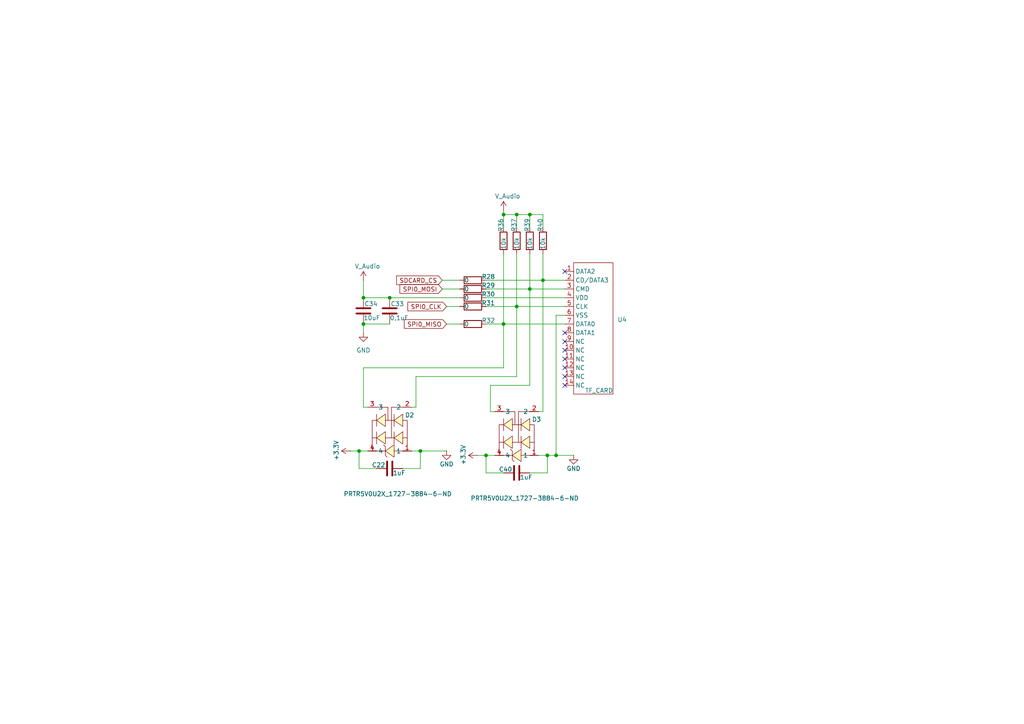
<source format=kicad_sch>
(kicad_sch (version 20231120) (generator "eeschema") (generator_version "8.0")
  (paper "A4")
  (lib_symbols
    (symbol "Device:C" (pin_numbers hide) (pin_names (offset 0.254))
      (property "Reference" "C" (at 0.635 2.54 0))
      (property "Value" "C" (at 0.635 -2.54 0))
      (symbol "C_0_1"
        (polyline (pts (xy -2.032 -0.762) (xy 2.032 -0.762)) (stroke (width 0.508)))
        (polyline (pts (xy -2.032 0.762) (xy 2.032 0.762)) (stroke (width 0.508)))
      )
      (symbol "C_1_1"
        (pin passive line (at 0 3.81 270) (length 2.794) (name "~") (number "1"))
        (pin passive line (at 0 -3.81 90) (length 2.794) (name "~") (number "2"))
      )
    )
    (symbol "Device:R" (pin_numbers hide) (pin_names (offset 0))
      (property "Reference" "R" (at 2.032 0 90))
      (property "Value" "R" (at 0 0 90))
      (symbol "R_0_1"
        (rectangle (start -1.016 -2.54) (end 1.016 2.54) (stroke (width 0.254)))
      )
      (symbol "R_1_1"
        (pin passive line (at 0 3.81 270) (length 1.27) (name "~") (number "1"))
        (pin passive line (at 0 -3.81 90) (length 1.27) (name "~") (number "2"))
      )
    )
    (symbol "Library:TF_CARD"
      (property "Reference" "U" (at 0 5.588 0))
      (property "Value" "MicroSD" (at 0.762 -33.02 0))
      (symbol "TF_CARD_0_1"
        (rectangle (start -6.35 3.81) (end 5.08 -34.29))
      )
      (symbol "TF_CARD_1_1"
        (pin input line (at -8.89 1.27 0) (length 2.54) (name "DATA2") (number "1"))
        (pin input line (at -8.89 -21.59 0) (length 2.54) (name "NC") (number "10"))
        (pin input line (at -8.89 -24.13 0) (length 2.54) (name "NC") (number "11"))
        (pin input line (at -8.89 -26.67 0) (length 2.54) (name "NC") (number "12"))
        (pin input line (at -8.89 -29.21 0) (length 2.54) (name "NC") (number "13"))
        (pin input line (at -8.89 -31.75 0) (length 2.54) (name "NC") (number "14"))
        (pin input line (at -8.89 -1.27 0) (length 2.54) (name "CD/DATA3") (number "2"))
        (pin input line (at -8.89 -3.81 0) (length 2.54) (name "CMD") (number "3"))
        (pin power_in line (at -8.89 -6.35 0) (length 2.54) (name "VDD") (number "4"))
        (pin input line (at -8.89 -8.89 0) (length 2.54) (name "CLK") (number "5"))
        (pin power_in line (at -8.89 -11.43 0) (length 2.54) (name "VSS") (number "6"))
        (pin input line (at -8.89 -13.97 0) (length 2.54) (name "DATA0") (number "7"))
        (pin input line (at -8.89 -16.51 0) (length 2.54) (name "DATA1") (number "8"))
        (pin input line (at -8.89 -19.05 0) (length 2.54) (name "NC") (number "9"))
      )
    )
    (symbol "Matrix2_Schnuppiprojekt:PRTR5V0U2X_C2827688"
      (property "Reference" "D?" (at 0 12.7 0))
      (property "Value" "PRTR5V0U2X_C2827688" (at 0 -10.16 0))
      (symbol "PRTR5V0U2X_C2827688_0_1"
        (polyline (pts (xy -1.27 0) (xy -1.27 2.54)))
        (polyline (pts (xy 0.508 0) (xy -3.048 0)))
        (polyline (pts (xy 0.508 5.08) (xy -3.048 5.08)))
        (polyline (pts (xy 3.81 0) (xy 3.81 2.54)))
        (polyline (pts (xy 5.588 0) (xy 2.032 0)))
        (polyline (pts (xy 5.588 5.08) (xy 2.032 5.08)))
        (polyline (pts (xy -1.27 -3.81) (xy 3.81 -3.81) (xy 3.81 -2.54)))
        (polyline (pts (xy -1.27 0.762) (xy 7.62 0.762) (xy 7.62 -3.81)))
        (polyline (pts (xy -1.27 6.35) (xy -5.08 6.35) (xy -5.08 2.54)))
        (polyline (pts (xy 3.81 1.778) (xy 7.62 1.778) (xy 7.62 6.35)))
        (polyline (pts (xy -5.08 0) (xy -5.08 -3.81) (xy -1.27 -3.81) (xy -1.27 -2.54)))
        (polyline (pts (xy -3.302 0) (xy -5.08 2.54) (xy -6.858 0) (xy -3.302 0)) (fill (type background)))
        (polyline (pts (xy -3.302 3.048) (xy -3.81 2.54) (xy -6.35 2.54) (xy -6.858 2.032)))
        (polyline (pts (xy 0.508 -2.54) (xy -1.27 0) (xy -3.048 -2.54) (xy 0.508 -2.54)) (fill (type background)))
        (polyline (pts (xy 0.508 2.54) (xy -1.27 5.08) (xy -3.048 2.54) (xy 0.508 2.54)) (fill (type background)))
        (polyline (pts (xy 3.81 5.08) (xy 3.81 6.35) (xy -1.27 6.35) (xy -1.27 5.08)))
        (polyline (pts (xy 5.588 -2.54) (xy 3.81 0) (xy 2.032 -2.54) (xy 5.588 -2.54)) (fill (type background)))
        (polyline (pts (xy 5.588 2.54) (xy 3.81 5.08) (xy 2.032 2.54) (xy 5.588 2.54)) (fill (type background)))
        (pin unspecified line (at -5.08 -5.08 90) (length 2.54) (name "1") (number "1"))
        (pin unspecified line (at 7.62 -5.08 90) (length 2.54) (name "2") (number "2"))
        (pin unspecified line (at 7.62 7.62 270) (length 2.54) (name "3") (number "3"))
        (pin unspecified line (at -5.08 7.62 270) (length 2.54) (name "4") (number "4"))
      )
    )
    (symbol "power:+3.3V" (power) (pin_numbers hide) (pin_names (offset 0) hide)
      (property "Value" "+3.3V" (at 0 3.556 0))
      (symbol "+3.3V_0_1"
        (polyline (pts (xy -0.762 1.27) (xy 0 2.54)))
        (polyline (pts (xy 0 0) (xy 0 2.54)))
        (polyline (pts (xy 0 2.54) (xy 0.762 1.27)))
      )
      (symbol "+3.3V_1_1"
        (pin power_in line (at 0 0 90) (length 0) (name "~") (number "1"))
      )
    )
    (symbol "power:GND" (power) (pin_numbers hide) (pin_names (offset 0) hide)
      (property "Value" "GND" (at 0 -3.81 0))
      (symbol "GND_0_1"
        (polyline (pts (xy 0 0) (xy 0 -1.27) (xy 1.27 -1.27) (xy 0 -2.54) (xy -1.27 -1.27) (xy 0 -1.27)))
      )
      (symbol "GND_1_1"
        (pin power_in line (at 0 0 270) (length 0) (name "~") (number "1"))
      )
    )
  )
  (junction (at 153.67 83.82))
  (junction (at 146.05 62.23))
  (junction (at 158.75 132.08))
  (junction (at 153.67 62.23))
  (junction (at 105.41 86.36))
  (junction (at 140.97 132.08))
  (junction (at 146.05 93.98))
  (junction (at 161.29 132.08))
  (junction (at 104.14 130.81))
  (junction (at 149.86 88.9))
  (junction (at 121.92 130.81))
  (junction (at 157.48 81.28))
  (junction (at 149.86 62.23))
  (junction (at 113.03 86.36))
  (junction (at 105.41 93.98))
  (no_connect (at 163.83 99.06))
  (no_connect (at 163.83 104.14))
  (no_connect (at 163.83 96.52))
  (no_connect (at 163.83 111.76))
  (no_connect (at 163.83 109.22))
  (no_connect (at 163.83 106.68))
  (no_connect (at 163.83 101.6))
  (no_connect (at 163.83 78.74))
  (wire (pts (xy 140.97 86.36) (xy 163.83 86.36)))
  (wire (pts (xy 140.97 93.98) (xy 146.05 93.98)))
  (wire (pts (xy 161.29 91.44) (xy 161.29 132.08)))
  (wire (pts (xy 113.03 86.36) (xy 133.35 86.36)))
  (wire (pts (xy 146.05 62.23) (xy 149.86 62.23)))
  (wire (pts (xy 149.86 88.9) (xy 163.83 88.9)))
  (wire (pts (xy 105.41 118.11) (xy 106.68 118.11)))
  (wire (pts (xy 105.41 81.28) (xy 105.41 86.36)))
  (wire (pts (xy 158.75 132.08) (xy 156.21 132.08)))
  (wire (pts (xy 128.27 81.28) (xy 133.35 81.28)))
  (wire (pts (xy 104.14 130.81) (xy 106.68 130.81)))
  (wire (pts (xy 142.24 119.38) (xy 143.51 119.38)))
  (wire (pts (xy 157.48 81.28) (xy 157.48 119.38)))
  (wire (pts (xy 149.86 109.22) (xy 120.65 109.22)))
  (wire (pts (xy 157.48 62.23) (xy 157.48 66.04)))
  (wire (pts (xy 121.92 130.81) (xy 119.38 130.81)))
  (wire (pts (xy 105.41 86.36) (xy 113.03 86.36)))
  (wire (pts (xy 104.14 135.89) (xy 104.14 130.81)))
  (wire (pts (xy 149.86 62.23) (xy 153.67 62.23)))
  (wire (pts (xy 153.67 137.16) (xy 158.75 137.16)))
  (wire (pts (xy 140.97 83.82) (xy 153.67 83.82)))
  (wire (pts (xy 149.86 88.9) (xy 149.86 109.22)))
  (wire (pts (xy 140.97 88.9) (xy 149.86 88.9)))
  (wire (pts (xy 153.67 111.76) (xy 142.24 111.76)))
  (wire (pts (xy 146.05 73.66) (xy 146.05 93.98)))
  (wire (pts (xy 142.24 111.76) (xy 142.24 119.38)))
  (wire (pts (xy 120.65 109.22) (xy 120.65 118.11)))
  (wire (pts (xy 140.97 81.28) (xy 157.48 81.28)))
  (wire (pts (xy 153.67 83.82) (xy 163.83 83.82)))
  (wire (pts (xy 116.84 135.89) (xy 121.92 135.89)))
  (wire (pts (xy 166.37 132.08) (xy 161.29 132.08)))
  (wire (pts (xy 140.97 132.08) (xy 143.51 132.08)))
  (wire (pts (xy 121.92 130.81) (xy 129.54 130.81)))
  (wire (pts (xy 146.05 137.16) (xy 140.97 137.16)))
  (wire (pts (xy 109.22 135.89) (xy 104.14 135.89)))
  (wire (pts (xy 146.05 62.23) (xy 146.05 66.04)))
  (wire (pts (xy 153.67 83.82) (xy 153.67 111.76)))
  (wire (pts (xy 105.41 93.98) (xy 105.41 96.52)))
  (wire (pts (xy 157.48 81.28) (xy 163.83 81.28)))
  (wire (pts (xy 153.67 62.23) (xy 153.67 66.04)))
  (wire (pts (xy 157.48 119.38) (xy 156.21 119.38)))
  (wire (pts (xy 105.41 93.98) (xy 113.03 93.98)))
  (wire (pts (xy 157.48 73.66) (xy 157.48 81.28)))
  (wire (pts (xy 149.86 62.23) (xy 149.86 66.04)))
  (wire (pts (xy 129.54 93.98) (xy 133.35 93.98)))
  (wire (pts (xy 161.29 132.08) (xy 158.75 132.08)))
  (wire (pts (xy 146.05 93.98) (xy 146.05 106.68)))
  (wire (pts (xy 146.05 60.96) (xy 146.05 62.23)))
  (wire (pts (xy 158.75 132.08) (xy 158.75 137.16)))
  (wire (pts (xy 128.27 83.82) (xy 133.35 83.82)))
  (wire (pts (xy 153.67 62.23) (xy 157.48 62.23)))
  (wire (pts (xy 138.43 132.08) (xy 140.97 132.08)))
  (wire (pts (xy 146.05 106.68) (xy 105.41 106.68)))
  (wire (pts (xy 140.97 137.16) (xy 140.97 132.08)))
  (wire (pts (xy 119.38 118.11) (xy 120.65 118.11)))
  (wire (pts (xy 149.86 73.66) (xy 149.86 88.9)))
  (wire (pts (xy 129.54 88.9) (xy 133.35 88.9)))
  (wire (pts (xy 101.6 130.81) (xy 104.14 130.81)))
  (wire (pts (xy 153.67 73.66) (xy 153.67 83.82)))
  (wire (pts (xy 121.92 130.81) (xy 121.92 135.89)))
  (wire (pts (xy 105.41 106.68) (xy 105.41 118.11)))
  (wire (pts (xy 163.83 91.44) (xy 161.29 91.44)))
  (wire (pts (xy 146.05 93.98) (xy 163.83 93.98)))
  (global_label "SPI0_MISO" (shape input) (at 129.54 93.98 180) (property "Intersheetrefs" "${INTERSHEET_REFS}" (effects (hide yes))))
  (global_label "SPI0_MOSI" (shape input) (at 128.27 83.82 180) (property "Intersheetrefs" "${INTERSHEET_REFS}" (effects (hide yes))))
  (global_label "SDCARD_CS" (shape input) (at 128.27 81.28 180) (property "Intersheetrefs" "${INTERSHEET_REFS}" (effects (hide yes))))
  (global_label "SPI0_CLK" (shape input) (at 129.54 88.9 180) (property "Intersheetrefs" "${INTERSHEET_REFS}" (effects (hide yes))))
  (symbol (lib_id "power:+3.3V") (at 138.43 132.08 90) (unit 1)
    (property "Reference" "#PWR074" (effects (hide yes)))
    (property "Value" "+3.3V" (at 134.366 134.874 0) (effects (justify left)))
    (property "Description" "Power symbol creates a global label with name \"+3.3V\"" (effects (hide yes)))
  )
  (symbol (lib_id "Device:C") (at 113.03 90.17 0) (unit 1)
    (property "Reference" "C33" (at 113.284 88.138 0) (effects (justify left)))
    (property "Value" "0,1uF" (at 113.03 92.202 0) (effects (justify left)))
    (property "Footprint" "Capacitor_SMD:C_0805_2012Metric_Pad1.18x1.45mm_HandSolder" (effects (hide yes)))
    (property "Description" "Unpolarized capacitor" (effects (hide yes)))
  )
  (symbol (lib_id "Matrix2_Schnuppiprojekt:PRTR5V0U2X_C2827688") (at 114.3 125.73 90) (unit 1)
    (property "Reference" "D2" (at 120.142 120.396 90) (effects (justify left)))
    (property "Value" "PRTR5V0U2X_1727-3884-6-ND" (at 131.064 143.256 90) (effects (justify left)))
    (property "Footprint" "Package_TO_SOT_SMD:SOT-143_Handsoldering" (effects (hide yes)))
    (property "Datasheet" "file:///C:/data/Schule/BuP/5_Semester/Marvin/MarvinProject/6_Semester/MarvinDatenblaetter/PRTR5V0U2X,215/PRTR5V0U2X.pdf" (effects (hide yes)))
    (property "Manufacturer" "TECH PUBLIC(台舟)" (effects (hide yes)))
    (property "LCSC Part" "C2827688" (effects (hide yes)))
    (property "JLC Part" "Extended Part" (effects (hide yes)))
  )
  (symbol (lib_id "power:+3.3V") (at 146.05 60.96 0) (unit 1)
    (property "Reference" "#PWR038" (effects (hide yes)))
    (property "Value" "V_Audio" (at 143.51 56.896 0) (effects (justify left)))
    (property "Description" "Power symbol creates a global label with name \"+3.3V\"" (effects (hide yes)))
  )
  (symbol (lib_id "power:+3.3V") (at 101.6 130.81 90) (unit 1)
    (property "Reference" "#PWR072" (effects (hide yes)))
    (property "Value" "+3.3V" (at 97.536 133.604 0) (effects (justify left)))
    (property "Description" "Power symbol creates a global label with name \"+3.3V\"" (effects (hide yes)))
  )
  (symbol (lib_id "Device:R") (at 137.16 88.9 270) (unit 1)
    (property "Reference" "R31" (at 139.7 87.884 90) (effects (justify left)))
    (property "Value" "0" (at 134.62 88.9 90) (effects (justify left)))
    (property "Footprint" "Resistor_SMD:R_0805_2012Metric_Pad1.20x1.40mm_HandSolder" (effects (hide yes)))
    (property "Description" "Resistor" (effects (hide yes)))
  )
  (symbol (lib_id "Device:R") (at 137.16 86.36 270) (unit 1)
    (property "Reference" "R30" (at 139.7 85.344 90) (effects (justify left)))
    (property "Value" "0" (at 134.62 86.36 90) (effects (justify left)))
    (property "Footprint" "Resistor_SMD:R_0805_2012Metric_Pad1.20x1.40mm_HandSolder" (effects (hide yes)))
    (property "Description" "Resistor" (effects (hide yes)))
  )
  (symbol (lib_id "power:GND") (at 129.54 130.81 0) (unit 1)
    (property "Reference" "#PWR073" (effects (hide yes)))
    (property "Value" "GND" (at 129.54 134.62 0))
    (property "Description" "Power symbol creates a global label with name \"GND\" , ground" (effects (hide yes)))
  )
  (symbol (lib_id "Device:C") (at 105.41 90.17 0) (unit 1)
    (property "Reference" "C34" (at 105.664 88.138 0) (effects (justify left)))
    (property "Value" "10uF" (at 105.41 92.202 0) (effects (justify left)))
    (property "Footprint" "Capacitor_SMD:C_1206_3216Metric_Pad1.33x1.80mm_HandSolder" (effects (hide yes)))
    (property "Description" "Unpolarized capacitor" (effects (hide yes)))
  )
  (symbol (lib_id "Device:R") (at 157.48 69.85 180) (unit 1)
    (property "Reference" "R40" (at 156.718 65.278 90))
    (property "Value" "10k" (at 157.48 70.612 90))
    (property "Footprint" "Resistor_SMD:R_0805_2012Metric_Pad1.20x1.40mm_HandSolder" (effects (hide yes)))
    (property "Description" "Resistor" (effects (hide yes)))
  )
  (symbol (lib_id "Device:R") (at 137.16 93.98 270) (unit 1)
    (property "Reference" "R32" (at 139.7 92.964 90) (effects (justify left)))
    (property "Value" "0" (at 134.62 93.98 90) (effects (justify left)))
    (property "Footprint" "Resistor_SMD:R_0805_2012Metric_Pad1.20x1.40mm_HandSolder" (effects (hide yes)))
    (property "Description" "Resistor" (effects (hide yes)))
  )
  (symbol (lib_id "Device:C") (at 113.03 135.89 90) (unit 1)
    (property "Reference" "C22" (at 111.76 134.874 90) (effects (justify left)))
    (property "Value" "1uF" (at 117.602 137.16 90) (effects (justify left)))
    (property "Footprint" "Capacitor_SMD:C_0805_2012Metric_Pad1.18x1.45mm_HandSolder" (effects (hide yes)))
    (property "Description" "Unpolarized capacitor" (effects (hide yes)))
  )
  (symbol (lib_id "Device:R") (at 146.05 69.85 180) (unit 1)
    (property "Reference" "R36" (at 145.288 65.278 90))
    (property "Value" "10k" (at 146.05 70.612 90))
    (property "Footprint" "Resistor_SMD:R_0805_2012Metric_Pad1.20x1.40mm_HandSolder" (effects (hide yes)))
    (property "Description" "Resistor" (effects (hide yes)))
  )
  (symbol (lib_id "power:GND") (at 105.41 96.52 0) (unit 1)
    (property "Reference" "#PWR039" (effects (hide yes)))
    (property "Value" "GND" (at 105.41 101.6 0))
    (property "Description" "Power symbol creates a global label with name \"GND\" , ground" (effects (hide yes)))
  )
  (symbol (lib_id "Device:R") (at 153.67 69.85 180) (unit 1)
    (property "Reference" "R39" (at 152.908 65.278 90))
    (property "Value" "10k" (at 153.67 70.612 90))
    (property "Footprint" "Resistor_SMD:R_0805_2012Metric_Pad1.20x1.40mm_HandSolder" (effects (hide yes)))
    (property "Description" "Resistor" (effects (hide yes)))
  )
  (symbol (lib_id "Device:R") (at 149.86 69.85 180) (unit 1)
    (property "Reference" "R37" (at 149.098 65.278 90))
    (property "Value" "10k" (at 149.86 70.612 90))
    (property "Footprint" "Resistor_SMD:R_0805_2012Metric_Pad1.20x1.40mm_HandSolder" (effects (hide yes)))
    (property "Description" "Resistor" (effects (hide yes)))
  )
  (symbol (lib_id "Device:R") (at 137.16 83.82 270) (unit 1)
    (property "Reference" "R29" (at 139.7 82.804 90) (effects (justify left)))
    (property "Value" "0" (at 134.62 83.82 90) (effects (justify left)))
    (property "Footprint" "Resistor_SMD:R_0805_2012Metric_Pad1.20x1.40mm_HandSolder" (effects (hide yes)))
    (property "Description" "Resistor" (effects (hide yes)))
  )
  (symbol (lib_id "Library:TF_CARD") (at 172.72 80.01 0) (unit 1)
    (property "Reference" "U4" (at 179.07 92.7099 0) (effects (justify left)))
    (property "Value" "TF_CARD" (at 169.672 113.284 0) (effects (justify left)))
    (property "Footprint" "Library:2096568" (effects (hide yes)))
    (property "Datasheet" "file:///C:/data/Schule/BuP/5_Semester/Marvin/MarvinProject/6_Semester/MarvinDatenblaetter/SD_CardHalter/2096568.pdf" (effects (hide yes)))
  )
  (symbol (lib_id "Device:R") (at 137.16 81.28 270) (unit 1)
    (property "Reference" "R28" (at 139.7 80.264 90) (effects (justify left)))
    (property "Value" "0" (at 134.62 81.28 90) (effects (justify left)))
    (property "Footprint" "Resistor_SMD:R_0805_2012Metric_Pad1.20x1.40mm_HandSolder" (effects (hide yes)))
    (property "Description" "Resistor" (effects (hide yes)))
  )
  (symbol (lib_id "power:+3.3V") (at 105.41 81.28 0) (unit 1)
    (property "Reference" "#PWR071" (effects (hide yes)))
    (property "Value" "V_Audio" (at 102.87 77.216 0) (effects (justify left)))
    (property "Description" "Power symbol creates a global label with name \"+3.3V\"" (effects (hide yes)))
  )
  (symbol (lib_id "power:GND") (at 166.37 132.08 0) (unit 1)
    (property "Reference" "#PWR075" (effects (hide yes)))
    (property "Value" "GND" (at 166.37 135.89 0))
    (property "Description" "Power symbol creates a global label with name \"GND\" , ground" (effects (hide yes)))
  )
  (symbol (lib_id "Matrix2_Schnuppiprojekt:PRTR5V0U2X_C2827688") (at 151.13 127 90) (unit 1)
    (property "Reference" "D3" (at 156.972 121.666 90) (effects (justify left)))
    (property "Value" "PRTR5V0U2X_1727-3884-6-ND" (at 167.894 144.526 90) (effects (justify left)))
    (property "Footprint" "Package_TO_SOT_SMD:SOT-143_Handsoldering" (effects (hide yes)))
    (property "Datasheet" "file:///C:/data/Schule/BuP/5_Semester/Marvin/MarvinProject/6_Semester/MarvinDatenblaetter/PRTR5V0U2X,215/PRTR5V0U2X.pdf" (effects (hide yes)))
    (property "Manufacturer" "TECH PUBLIC(台舟)" (effects (hide yes)))
    (property "LCSC Part" "C2827688" (effects (hide yes)))
    (property "JLC Part" "Extended Part" (effects (hide yes)))
  )
  (symbol (lib_id "Device:C") (at 149.86 137.16 90) (unit 1)
    (property "Reference" "C40" (at 148.59 136.144 90) (effects (justify left)))
    (property "Value" "1uF" (at 154.432 138.43 90) (effects (justify left)))
    (property "Footprint" "Capacitor_SMD:C_0805_2012Metric_Pad1.18x1.45mm_HandSolder" (effects (hide yes)))
    (property "Description" "Unpolarized capacitor" (effects (hide yes)))
  )
)
</source>
